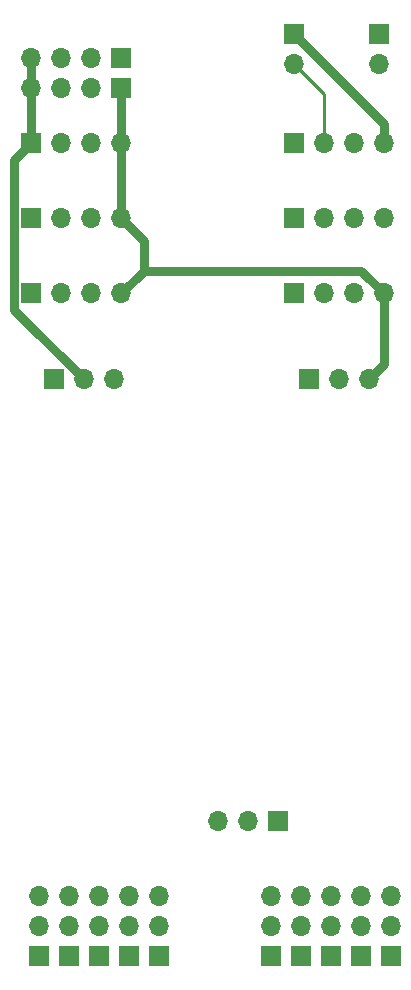
<source format=gbr>
%TF.GenerationSoftware,KiCad,Pcbnew,7.0.10*%
%TF.CreationDate,2024-02-19T04:42:38+05:30*%
%TF.ProjectId,breakout,62726561-6b6f-4757-942e-6b696361645f,rev?*%
%TF.SameCoordinates,Original*%
%TF.FileFunction,Copper,L2,Bot*%
%TF.FilePolarity,Positive*%
%FSLAX46Y46*%
G04 Gerber Fmt 4.6, Leading zero omitted, Abs format (unit mm)*
G04 Created by KiCad (PCBNEW 7.0.10) date 2024-02-19 04:42:38*
%MOMM*%
%LPD*%
G01*
G04 APERTURE LIST*
%TA.AperFunction,ComponentPad*%
%ADD10R,1.700000X1.700000*%
%TD*%
%TA.AperFunction,ComponentPad*%
%ADD11O,1.700000X1.700000*%
%TD*%
%TA.AperFunction,Conductor*%
%ADD12C,0.250000*%
%TD*%
%TA.AperFunction,Conductor*%
%ADD13C,0.750000*%
%TD*%
G04 APERTURE END LIST*
D10*
%TO.P,J17,1,Pin_1*%
%TO.N,Net-(J17-Pin_1)*%
X153310000Y-60325000D03*
D11*
%TO.P,J17,2,Pin_2*%
%TO.N,Net-(J17-Pin_2)*%
X153310000Y-62865000D03*
%TD*%
D10*
%TO.P,J18,1,Pin_1*%
%TO.N,/gnd*%
X146050000Y-60325000D03*
D11*
%TO.P,J18,2,Pin_2*%
%TO.N,Net-(J18-Pin_2)*%
X146050000Y-62865000D03*
%TD*%
D10*
%TO.P,J27,1,Pin_1*%
%TO.N,/gnd*%
X131435000Y-64933333D03*
D11*
%TO.P,J27,2,Pin_2*%
%TO.N,Net-(J26-Pin_2)*%
X128895000Y-64933333D03*
%TO.P,J27,3,Pin_3*%
%TO.N,Net-(J26-Pin_3)*%
X126355000Y-64933333D03*
%TO.P,J27,4,Pin_4*%
%TO.N,Net-(J21-Pin_2)*%
X123815000Y-64933333D03*
%TD*%
D10*
%TO.P,J26,1,Pin_1*%
%TO.N,/gnd*%
X131435000Y-62393333D03*
D11*
%TO.P,J26,2,Pin_2*%
%TO.N,Net-(J26-Pin_2)*%
X128895000Y-62393333D03*
%TO.P,J26,3,Pin_3*%
%TO.N,Net-(J26-Pin_3)*%
X126355000Y-62393333D03*
%TO.P,J26,4,Pin_4*%
%TO.N,Net-(J21-Pin_2)*%
X123815000Y-62393333D03*
%TD*%
D10*
%TO.P,J32,1,Pin_1*%
%TO.N,Net-(J17-Pin_2)*%
X146050000Y-69600000D03*
D11*
%TO.P,J32,2,Pin_2*%
%TO.N,Net-(J18-Pin_2)*%
X148590000Y-69600000D03*
%TO.P,J32,3,Pin_3*%
%TO.N,Net-(J17-Pin_1)*%
X151130000Y-69600000D03*
%TO.P,J32,4,Pin_4*%
%TO.N,/gnd*%
X153670000Y-69600000D03*
%TD*%
%TO.P,J20,3,Pin_3*%
%TO.N,/gnd*%
X152415000Y-89535000D03*
%TO.P,J20,2,Pin_2*%
%TO.N,Net-(J19-Pin_2)*%
X149875000Y-89535000D03*
D10*
%TO.P,J20,1,Pin_1*%
%TO.N,Net-(J19-Pin_1)*%
X147335000Y-89535000D03*
%TD*%
D11*
%TO.P,J8,3,Pin_3*%
%TO.N,Net-(J8-Pin_3)*%
X134620000Y-133350000D03*
%TO.P,J8,2,Pin_2*%
%TO.N,Net-(J4-Pin_2)*%
X134620000Y-135890000D03*
D10*
%TO.P,J8,1,Pin_1*%
%TO.N,Net-(J10-Pin_1)*%
X134620000Y-138430000D03*
%TD*%
D11*
%TO.P,J5,3,Pin_3*%
%TO.N,Net-(J5-Pin_3)*%
X127000000Y-133350000D03*
%TO.P,J5,2,Pin_2*%
%TO.N,Net-(J4-Pin_2)*%
X127000000Y-135890000D03*
D10*
%TO.P,J5,1,Pin_1*%
%TO.N,Net-(J10-Pin_1)*%
X127000000Y-138430000D03*
%TD*%
D11*
%TO.P,J10,3,Pin_3*%
%TO.N,Net-(J10-Pin_3)*%
X146685000Y-133350000D03*
%TO.P,J10,2,Pin_2*%
%TO.N,Net-(J10-Pin_2)*%
X146685000Y-135890000D03*
D10*
%TO.P,J10,1,Pin_1*%
%TO.N,Net-(J10-Pin_1)*%
X146685000Y-138430000D03*
%TD*%
D11*
%TO.P,J4,3,Pin_3*%
%TO.N,Net-(J4-Pin_3)*%
X124460000Y-133350000D03*
%TO.P,J4,2,Pin_2*%
%TO.N,Net-(J4-Pin_2)*%
X124460000Y-135890000D03*
D10*
%TO.P,J4,1,Pin_1*%
%TO.N,Net-(J10-Pin_1)*%
X124460000Y-138430000D03*
%TD*%
D11*
%TO.P,J7,3,Pin_3*%
%TO.N,Net-(J33-Pin_1)*%
X132080000Y-133350000D03*
%TO.P,J7,2,Pin_2*%
%TO.N,Net-(J4-Pin_2)*%
X132080000Y-135890000D03*
D10*
%TO.P,J7,1,Pin_1*%
%TO.N,Net-(J10-Pin_1)*%
X132080000Y-138430000D03*
%TD*%
D11*
%TO.P,J31,4,Pin_4*%
%TO.N,/gnd*%
X153670000Y-75950000D03*
%TO.P,J31,3,Pin_3*%
%TO.N,Net-(J31-Pin_3)*%
X151130000Y-75950000D03*
%TO.P,J31,2,Pin_2*%
%TO.N,Net-(J31-Pin_2)*%
X148590000Y-75950000D03*
D10*
%TO.P,J31,1,Pin_1*%
%TO.N,Net-(J24-Pin_1)*%
X146050000Y-75950000D03*
%TD*%
D11*
%TO.P,J14,3,Pin_3*%
%TO.N,Net-(J10-Pin_1)*%
X139685000Y-127000000D03*
%TO.P,J14,2,Pin_2*%
%TO.N,Net-(J14-Pin_2)*%
X142225000Y-127000000D03*
D10*
%TO.P,J14,1,Pin_1*%
%TO.N,Net-(J14-Pin_1)*%
X144765000Y-127000000D03*
%TD*%
D11*
%TO.P,J24,4,Pin_4*%
%TO.N,/gnd*%
X131455000Y-75950000D03*
%TO.P,J24,3,Pin_3*%
%TO.N,Net-(J24-Pin_3)*%
X128915000Y-75950000D03*
%TO.P,J24,2,Pin_2*%
%TO.N,Net-(J24-Pin_2)*%
X126375000Y-75950000D03*
D10*
%TO.P,J24,1,Pin_1*%
%TO.N,Net-(J24-Pin_1)*%
X123835000Y-75950000D03*
%TD*%
D11*
%TO.P,J11,3,Pin_3*%
%TO.N,Net-(J11-Pin_3)*%
X149225000Y-133350000D03*
%TO.P,J11,2,Pin_2*%
%TO.N,Net-(J10-Pin_2)*%
X149225000Y-135890000D03*
D10*
%TO.P,J11,1,Pin_1*%
%TO.N,Net-(J10-Pin_1)*%
X149225000Y-138430000D03*
%TD*%
D11*
%TO.P,J25,4,Pin_4*%
%TO.N,/gnd*%
X131445000Y-69600000D03*
%TO.P,J25,3,Pin_3*%
%TO.N,Net-(J25-Pin_3)*%
X128905000Y-69600000D03*
%TO.P,J25,2,Pin_2*%
%TO.N,Net-(J25-Pin_2)*%
X126365000Y-69600000D03*
D10*
%TO.P,J25,1,Pin_1*%
%TO.N,Net-(J21-Pin_2)*%
X123825000Y-69600000D03*
%TD*%
D11*
%TO.P,J13,3,Pin_3*%
%TO.N,Net-(J13-Pin_3)*%
X154305000Y-133350000D03*
%TO.P,J13,2,Pin_2*%
%TO.N,Net-(J10-Pin_2)*%
X154305000Y-135890000D03*
D10*
%TO.P,J13,1,Pin_1*%
%TO.N,Net-(J10-Pin_1)*%
X154305000Y-138430000D03*
%TD*%
D11*
%TO.P,J9,3,Pin_3*%
%TO.N,Net-(J50-Pin_1)*%
X144145000Y-133350000D03*
%TO.P,J9,2,Pin_2*%
%TO.N,Net-(J10-Pin_2)*%
X144145000Y-135890000D03*
D10*
%TO.P,J9,1,Pin_1*%
%TO.N,Net-(J10-Pin_1)*%
X144145000Y-138430000D03*
%TD*%
D11*
%TO.P,J12,3,Pin_3*%
%TO.N,Net-(J12-Pin_3)*%
X151765000Y-133350000D03*
%TO.P,J12,2,Pin_2*%
%TO.N,Net-(J10-Pin_2)*%
X151765000Y-135890000D03*
D10*
%TO.P,J12,1,Pin_1*%
%TO.N,Net-(J10-Pin_1)*%
X151765000Y-138430000D03*
%TD*%
D11*
%TO.P,J23,4,Pin_4*%
%TO.N,/gnd*%
X131445000Y-82300000D03*
%TO.P,J23,3,Pin_3*%
%TO.N,Net-(J23-Pin_3)*%
X128905000Y-82300000D03*
%TO.P,J23,2,Pin_2*%
%TO.N,Net-(J23-Pin_2)*%
X126365000Y-82300000D03*
D10*
%TO.P,J23,1,Pin_1*%
%TO.N,Net-(J23-Pin_1)*%
X123825000Y-82300000D03*
%TD*%
D11*
%TO.P,J30,4,Pin_4*%
%TO.N,/gnd*%
X153670000Y-82300000D03*
%TO.P,J30,3,Pin_3*%
%TO.N,Net-(J30-Pin_3)*%
X151130000Y-82300000D03*
%TO.P,J30,2,Pin_2*%
%TO.N,Net-(J30-Pin_2)*%
X148590000Y-82300000D03*
D10*
%TO.P,J30,1,Pin_1*%
%TO.N,Net-(J23-Pin_1)*%
X146050000Y-82300000D03*
%TD*%
D11*
%TO.P,J6,3,Pin_3*%
%TO.N,Net-(J6-Pin_3)*%
X129540000Y-133350000D03*
%TO.P,J6,2,Pin_2*%
%TO.N,Net-(J4-Pin_2)*%
X129540000Y-135890000D03*
D10*
%TO.P,J6,1,Pin_1*%
%TO.N,Net-(J10-Pin_1)*%
X129540000Y-138430000D03*
%TD*%
D11*
%TO.P,J22,3,Pin_3*%
%TO.N,Net-(J21-Pin_3)*%
X130810000Y-89535000D03*
%TO.P,J22,2,Pin_2*%
%TO.N,Net-(J21-Pin_2)*%
X128270000Y-89535000D03*
D10*
%TO.P,J22,1,Pin_1*%
%TO.N,/gnd*%
X125730000Y-89535000D03*
%TD*%
D12*
%TO.N,Net-(J18-Pin_2)*%
X148590000Y-65405000D02*
X146050000Y-62865000D01*
X148590000Y-69600000D02*
X148590000Y-65405000D01*
D13*
%TO.N,/gnd*%
X153670000Y-67945000D02*
X146050000Y-60325000D01*
X153670000Y-69850000D02*
X153670000Y-67945000D01*
X131455000Y-75950000D02*
X131455000Y-69610000D01*
X131445000Y-82300000D02*
X133350000Y-80395000D01*
X133350000Y-77845000D02*
X131455000Y-75950000D01*
X131445000Y-75960000D02*
X131455000Y-75950000D01*
X133350000Y-80395000D02*
X133350000Y-77845000D01*
X131455000Y-69610000D02*
X131445000Y-69600000D01*
X153670000Y-82300000D02*
X153670000Y-88280000D01*
X131435000Y-64933333D02*
X131435000Y-69590000D01*
X153670000Y-88280000D02*
X152415000Y-89535000D01*
X133350000Y-80395000D02*
X151765000Y-80395000D01*
X151765000Y-80395000D02*
X153670000Y-82300000D01*
X131435000Y-69590000D02*
X131445000Y-69600000D01*
%TO.N,Net-(J21-Pin_2)*%
X122400000Y-71025000D02*
X123825000Y-69600000D01*
X123815000Y-64933333D02*
X123815000Y-62393333D01*
X122400000Y-83665000D02*
X122400000Y-71025000D01*
X128270000Y-89535000D02*
X122400000Y-83665000D01*
X123825000Y-64943333D02*
X123815000Y-64933333D01*
X123825000Y-69600000D02*
X123825000Y-64943333D01*
%TD*%
M02*

</source>
